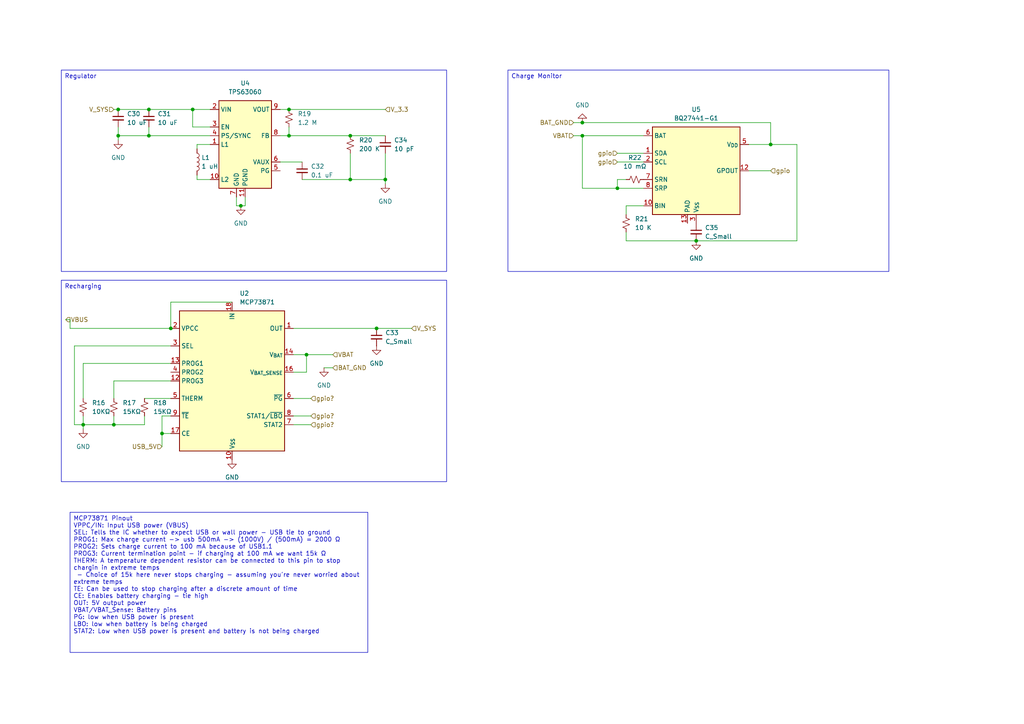
<source format=kicad_sch>
(kicad_sch (version 20231120) (generator "eeschema") (generator_version "8.0")
  (paper "A4")
  (lib_symbols
    (symbol "Battery_Management:BQ27441-G1"
      (property "Reference" "U" (at -5.08 15.875 0))
      (property "Value" "BQ27441-G1" (at -5.08 13.97 0))
      (symbol "BQ27441-G1_0_1"
        (rectangle (start -12.7 12.7) (end 12.7 -12.7) (stroke (width 0.254)) (fill (type background)))
      )
      (symbol "BQ27441-G1_1_1"
        (pin bidirectional line (at -15.24 5.08 0) (length 2.54) (name "SDA") (number "1"))
        (pin input line (at -15.24 -10.16 0) (length 2.54) (name "BIN") (number "10"))
        (pin no_connect line (at 10.16 -2.54 180) (length 2.54) hide (name "NC") (number "11"))
        (pin output line (at 15.24 0 180) (length 2.54) (name "GPOUT") (number "12"))
        (pin power_in line (at -2.54 -15.24 90) (length 2.54) (name "PAD") (number "13"))
        (pin input line (at -15.24 2.54 0) (length 2.54) (name "SCL") (number "2"))
        (pin power_in line (at 0 -15.24 90) (length 2.54) (name "V_{SS}") (number "3"))
        (pin no_connect line (at 10.16 -7.62 180) (length 2.54) hide (name "NC") (number "4"))
        (pin power_out line (at 15.24 7.62 180) (length 2.54) (name "V_{DD}") (number "5"))
        (pin power_in line (at -15.24 10.16 0) (length 2.54) (name "BAT") (number "6"))
        (pin input line (at -15.24 -2.54 0) (length 2.54) (name "SRN") (number "7"))
        (pin input line (at -15.24 -5.08 0) (length 2.54) (name "SRP") (number "8"))
        (pin no_connect line (at 10.16 -5.08 180) (length 2.54) hide (name "NC") (number "9"))
      )
    )
    (symbol "Battery_Management:MCP73871"
      (property "Reference" "U" (at -7.62 24.13 0))
      (property "Value" "MCP73871" (at -15.24 21.59 0))
      (symbol "MCP73871_0_1"
        (rectangle (start -15.24 20.32) (end 15.24 -20.32) (stroke (width 0.254)) (fill (type background)))
      )
      (symbol "MCP73871_1_1"
        (pin power_out line (at 17.78 15.24 180) (length 2.54) (name "OUT") (number "1"))
        (pin power_in line (at 0 -22.86 90) (length 2.54) (name "V_{SS}") (number "10"))
        (pin passive line (at 0 -22.86 90) (length 2.54) hide (name "V_{SS}") (number "11"))
        (pin bidirectional line (at -17.78 0 0) (length 2.54) (name "PROG3") (number "12"))
        (pin bidirectional line (at -17.78 5.08 0) (length 2.54) (name "PROG1") (number "13"))
        (pin power_out line (at 17.78 7.62 180) (length 2.54) (name "V_{BAT}") (number "14"))
        (pin passive line (at 17.78 7.62 180) (length 2.54) hide (name "V_{BAT}") (number "15"))
        (pin input line (at 17.78 2.54 180) (length 2.54) (name "V_{BAT_SENSE}") (number "16"))
        (pin input line (at -17.78 -15.24 0) (length 2.54) (name "CE") (number "17"))
        (pin power_in line (at 0 22.86 270) (length 2.54) (name "IN") (number "18"))
        (pin passive line (at 0 22.86 270) (length 2.54) hide (name "IN") (number "19"))
        (pin input line (at -17.78 15.24 0) (length 2.54) (name "VPCC") (number "2"))
        (pin passive line (at 17.78 15.24 180) (length 2.54) hide (name "OUT") (number "20"))
        (pin passive line (at 0 -22.86 90) (length 2.54) hide (name "V_{SS}") (number "21"))
        (pin input line (at -17.78 10.16 0) (length 2.54) (name "SEL") (number "3"))
        (pin input line (at -17.78 2.54 0) (length 2.54) (name "PROG2") (number "4"))
        (pin bidirectional line (at -17.78 -5.08 0) (length 2.54) (name "THERM") (number "5"))
        (pin open_collector line (at 17.78 -5.08 180) (length 2.54) (name "~{PG}") (number "6"))
        (pin open_collector line (at 17.78 -12.7 180) (length 2.54) (name "STAT2") (number "7"))
        (pin open_collector line (at 17.78 -10.16 180) (length 2.54) (name "STAT1/~{LBO}") (number "8"))
        (pin input line (at -17.78 -10.16 0) (length 2.54) (name "~{TE}") (number "9"))
      )
    )
    (symbol "Device:C_Small" (pin_numbers hide) (pin_names (offset 0.254) hide)
      (property "Reference" "C" (at 0.254 1.778 0))
      (property "Value" "C_Small" (at 0.254 -2.032 0))
      (symbol "C_Small_0_1"
        (polyline (pts (xy -1.524 -0.508) (xy 1.524 -0.508)) (stroke (width 0.3302)))
        (polyline (pts (xy -1.524 0.508) (xy 1.524 0.508)) (stroke (width 0.3048)))
      )
      (symbol "C_Small_1_1"
        (pin passive line (at 0 2.54 270) (length 2.032) (name "~") (number "1"))
        (pin passive line (at 0 -2.54 90) (length 2.032) (name "~") (number "2"))
      )
    )
    (symbol "Device:L" (pin_numbers hide) (pin_names (offset 1.016) hide)
      (property "Reference" "L" (at -1.27 0 90))
      (property "Value" "L" (at 1.905 0 90))
      (symbol "L_0_1"
        (arc (start 0 -2.54) (mid 0.6323 -1.905) (end 0 -1.27))
        (arc (start 0 -1.27) (mid 0.6323 -0.635) (end 0 0))
        (arc (start 0 0) (mid 0.6323 0.635) (end 0 1.27))
        (arc (start 0 1.27) (mid 0.6323 1.905) (end 0 2.54))
      )
      (symbol "L_1_1"
        (pin passive line (at 0 3.81 270) (length 1.27) (name "1") (number "1"))
        (pin passive line (at 0 -3.81 90) (length 1.27) (name "2") (number "2"))
      )
    )
    (symbol "Device:R_Small_US" (pin_numbers hide) (pin_names (offset 0.254) hide)
      (property "Reference" "R" (at 0.762 0.508 0))
      (property "Value" "R_Small_US" (at 0.762 -1.016 0))
      (symbol "R_Small_US_1_1"
        (polyline (pts (xy 0 0) (xy 1.016 -0.381) (xy 0 -0.762) (xy -1.016 -1.143) (xy 0 -1.524)))
        (polyline (pts (xy 0 1.524) (xy 1.016 1.143) (xy 0 0.762) (xy -1.016 0.381) (xy 0 0)))
        (pin passive line (at 0 2.54 270) (length 1.016) (name "~") (number "1"))
        (pin passive line (at 0 -2.54 90) (length 1.016) (name "~") (number "2"))
      )
    )
    (symbol "Regulator_Switching:TPS63060"
      (property "Reference" "U" (at -7.62 13.97 0))
      (property "Value" "TPS63060" (at 2.54 13.97 0))
      (symbol "TPS63060_0_1"
        (rectangle (start -7.62 12.7) (end 7.62 -12.7) (stroke (width 0.254)) (fill (type background)))
      )
      (symbol "TPS63060_1_1"
        (pin input line (at -10.16 0 0) (length 2.54) (name "L1") (number "1"))
        (pin input line (at -10.16 -10.16 0) (length 2.54) (name "L2") (number "10"))
        (pin power_in line (at 0 -15.24 90) (length 2.54) (name "PGND") (number "11"))
        (pin power_in line (at -10.16 10.16 0) (length 2.54) (name "VIN") (number "2"))
        (pin input line (at -10.16 5.08 0) (length 2.54) (name "EN") (number "3"))
        (pin input line (at -10.16 2.54 0) (length 2.54) (name "PS/SYNC") (number "4"))
        (pin output line (at 10.16 -7.62 180) (length 2.54) (name "PG") (number "5"))
        (pin passive line (at 10.16 -5.08 180) (length 2.54) (name "VAUX") (number "6"))
        (pin power_in line (at -2.54 -15.24 90) (length 2.54) (name "GND") (number "7"))
        (pin input line (at 10.16 2.54 180) (length 2.54) (name "FB") (number "8"))
        (pin power_out line (at 10.16 10.16 180) (length 2.54) (name "VOUT") (number "9"))
      )
    )
    (symbol "power:GND" (power) (pin_numbers hide) (pin_names (offset 0) hide)
      (property "Value" "GND" (at 0 -3.81 0))
      (symbol "GND_0_1"
        (polyline (pts (xy 0 0) (xy 0 -1.27) (xy 1.27 -1.27) (xy 0 -2.54) (xy -1.27 -1.27) (xy 0 -1.27)))
      )
      (symbol "GND_1_1"
        (pin power_in line (at 0 0 270) (length 0) (name "~") (number "1"))
      )
    )
  )
  (junction (at 111.76 52.07))
  (junction (at 88.9 102.87))
  (junction (at 179.07 54.61))
  (junction (at 83.82 39.37))
  (junction (at 201.93 69.85))
  (junction (at 33.02 123.19))
  (junction (at 168.91 39.37))
  (junction (at 34.29 31.75))
  (junction (at 49.53 95.25))
  (junction (at 24.13 123.19))
  (junction (at 46.99 125.73))
  (junction (at 101.6 39.37))
  (junction (at 34.29 39.37))
  (junction (at 101.6 52.07))
  (junction (at 69.85 59.69))
  (junction (at 43.18 39.37))
  (junction (at 109.22 95.25))
  (junction (at 83.82 31.75))
  (junction (at 223.52 41.91))
  (junction (at 43.18 31.75))
  (junction (at 168.91 35.56))
  (junction (at 55.88 31.75))
  (wire (pts (xy 21.59 100.33) (xy 21.59 123.19)))
  (wire (pts (xy 43.18 36.83) (xy 43.18 39.37)))
  (wire (pts (xy 88.9 107.95) (xy 88.9 102.87)))
  (wire (pts (xy 109.22 95.25) (xy 119.38 95.25)))
  (wire (pts (xy 21.59 123.19) (xy 24.13 123.19)))
  (wire (pts (xy 111.76 52.07) (xy 111.76 53.34)))
  (wire (pts (xy 168.91 35.56) (xy 223.52 35.56)))
  (wire (pts (xy 179.07 46.99) (xy 186.69 46.99)))
  (wire (pts (xy 57.15 43.18) (xy 57.15 41.91)))
  (wire (pts (xy 93.98 106.68) (xy 96.52 106.68)))
  (wire (pts (xy 85.09 107.95) (xy 88.9 107.95)))
  (wire (pts (xy 181.61 69.85) (xy 201.93 69.85)))
  (wire (pts (xy 69.85 59.69) (xy 68.58 59.69)))
  (wire (pts (xy 34.29 39.37) (xy 34.29 40.64)))
  (wire (pts (xy 57.15 52.07) (xy 60.96 52.07)))
  (wire (pts (xy 57.15 41.91) (xy 60.96 41.91)))
  (wire (pts (xy 81.28 31.75) (xy 83.82 31.75)))
  (wire (pts (xy 168.91 39.37) (xy 186.69 39.37)))
  (wire (pts (xy 41.91 123.19) (xy 33.02 123.19)))
  (wire (pts (xy 223.52 41.91) (xy 217.17 41.91)))
  (wire (pts (xy 55.88 36.83) (xy 55.88 31.75)))
  (wire (pts (xy 101.6 52.07) (xy 111.76 52.07)))
  (wire (pts (xy 68.58 59.69) (xy 68.58 57.15)))
  (wire (pts (xy 41.91 115.57) (xy 49.53 115.57)))
  (wire (pts (xy 33.02 31.75) (xy 34.29 31.75)))
  (wire (pts (xy 43.18 39.37) (xy 34.29 39.37)))
  (wire (pts (xy 24.13 105.41) (xy 24.13 115.57)))
  (wire (pts (xy 181.61 62.23) (xy 181.61 59.69)))
  (wire (pts (xy 181.61 67.31) (xy 181.61 69.85)))
  (wire (pts (xy 49.53 87.63) (xy 67.31 87.63)))
  (wire (pts (xy 43.18 31.75) (xy 55.88 31.75)))
  (wire (pts (xy 231.14 69.85) (xy 231.14 41.91)))
  (wire (pts (xy 20.32 92.71) (xy 19.05 92.71)))
  (wire (pts (xy 24.13 123.19) (xy 24.13 124.46)))
  (wire (pts (xy 166.37 39.37) (xy 168.91 39.37)))
  (wire (pts (xy 85.09 123.19) (xy 90.17 123.19)))
  (wire (pts (xy 33.02 123.19) (xy 24.13 123.19)))
  (wire (pts (xy 24.13 120.65) (xy 24.13 123.19)))
  (wire (pts (xy 223.52 35.56) (xy 223.52 41.91)))
  (wire (pts (xy 179.07 52.07) (xy 179.07 54.61)))
  (wire (pts (xy 186.69 54.61) (xy 179.07 54.61)))
  (wire (pts (xy 49.53 110.49) (xy 33.02 110.49)))
  (wire (pts (xy 33.02 120.65) (xy 33.02 123.19)))
  (wire (pts (xy 71.12 59.69) (xy 71.12 57.15)))
  (wire (pts (xy 88.9 102.87) (xy 96.52 102.87)))
  (wire (pts (xy 83.82 36.83) (xy 83.82 39.37)))
  (wire (pts (xy 46.99 125.73) (xy 46.99 129.54)))
  (wire (pts (xy 179.07 54.61) (xy 168.91 54.61)))
  (wire (pts (xy 217.17 49.53) (xy 223.52 49.53)))
  (wire (pts (xy 49.53 105.41) (xy 24.13 105.41)))
  (wire (pts (xy 34.29 31.75) (xy 43.18 31.75)))
  (wire (pts (xy 49.53 95.25) (xy 49.53 87.63)))
  (wire (pts (xy 33.02 110.49) (xy 33.02 115.57)))
  (wire (pts (xy 46.99 120.65) (xy 46.99 125.73)))
  (wire (pts (xy 85.09 95.25) (xy 109.22 95.25)))
  (wire (pts (xy 83.82 39.37) (xy 101.6 39.37)))
  (wire (pts (xy 181.61 52.07) (xy 179.07 52.07)))
  (wire (pts (xy 87.63 52.07) (xy 101.6 52.07)))
  (wire (pts (xy 34.29 36.83) (xy 34.29 39.37)))
  (wire (pts (xy 49.53 120.65) (xy 46.99 120.65)))
  (wire (pts (xy 49.53 100.33) (xy 21.59 100.33)))
  (wire (pts (xy 85.09 102.87) (xy 88.9 102.87)))
  (wire (pts (xy 20.32 95.25) (xy 49.53 95.25)))
  (wire (pts (xy 83.82 31.75) (xy 111.76 31.75)))
  (wire (pts (xy 60.96 39.37) (xy 43.18 39.37)))
  (wire (pts (xy 57.15 50.8) (xy 57.15 52.07)))
  (wire (pts (xy 55.88 31.75) (xy 60.96 31.75)))
  (wire (pts (xy 20.32 92.71) (xy 20.32 95.25)))
  (wire (pts (xy 179.07 44.45) (xy 186.69 44.45)))
  (wire (pts (xy 81.28 46.99) (xy 87.63 46.99)))
  (wire (pts (xy 85.09 115.57) (xy 90.17 115.57)))
  (wire (pts (xy 168.91 54.61) (xy 168.91 39.37)))
  (wire (pts (xy 111.76 44.45) (xy 111.76 52.07)))
  (wire (pts (xy 168.91 35.56) (xy 166.37 35.56)))
  (wire (pts (xy 101.6 44.45) (xy 101.6 52.07)))
  (wire (pts (xy 85.09 120.65) (xy 90.17 120.65)))
  (wire (pts (xy 81.28 39.37) (xy 83.82 39.37)))
  (wire (pts (xy 101.6 39.37) (xy 111.76 39.37)))
  (wire (pts (xy 201.93 69.85) (xy 231.14 69.85)))
  (wire (pts (xy 46.99 125.73) (xy 49.53 125.73)))
  (wire (pts (xy 181.61 59.69) (xy 186.69 59.69)))
  (wire (pts (xy 41.91 120.65) (xy 41.91 123.19)))
  (wire (pts (xy 69.85 59.69) (xy 71.12 59.69)))
  (wire (pts (xy 60.96 36.83) (xy 55.88 36.83)))
  (wire (pts (xy 231.14 41.91) (xy 223.52 41.91)))
  (text_box "Charge Monitor" (at 147.32 20.32 0) (size 110.49 58.42) (effects (font (size 1.27 1.27)) (justify left top)))
  (text_box "Recharging" (at 17.78 81.28 0) (size 111.76 58.42) (effects (font (size 1.27 1.27)) (justify left top)))
  (text_box "MCP73871 Pinout\nVPPC/IN: Input USB power (VBUS)\nSEL: Tells the IC whether to expect USB or wall power - USB tie to ground\nPROG1: Max charge current -> usb 500mA -> (1000V) / (500mA) = 2000 Ω\nPROG2: Sets charge current to 100 mA because of USB1.1\nPROG3: Current termination point - if charging at 100 mA we want 15k Ω \nTHERM: A temperature dependent resistor can be connected to this pin to stop chargin in extreme temps\n - Choice of 15k here never stops charging - assuming you're never worried about extreme temps\nTE: Can be used to stop charging after a discrete amount of time \nCE: Enables battery charging - tie high \nOUT: 5V output power\nVBAT/VBAT_Sense: Battery pins \nPG: low when USB power is present\nLBO: low when battery is being charged\nSTAT2: Low when USB power is present and battery is not being charged\n" (at 20.32 148.59 0) (size 86.36 40.64) (effects (font (size 1.27 1.27)) (justify left top)))
  (text_box "Regulator" (at 17.78 20.32 0) (size 111.76 58.42) (effects (font (size 1.27 1.27)) (justify left top)))
  (hierarchical_label "BAT_GND" (shape input) (at 96.52 106.68 0))
  (hierarchical_label "gpio" (shape input) (at 223.52 49.53 0))
  (hierarchical_label "V_3.3" (shape input) (at 111.76 31.75 0))
  (hierarchical_label "gpio?" (shape input) (at 90.17 123.19 0))
  (hierarchical_label "V_SYS" (shape input) (at 119.38 95.25 0))
  (hierarchical_label "gpio?" (shape input) (at 90.17 120.65 0))
  (hierarchical_label "gpio" (shape input) (at 179.07 44.45 180))
  (hierarchical_label "gpio" (shape input) (at 179.07 46.99 180))
  (hierarchical_label "gpio?" (shape input) (at 90.17 115.57 0))
  (hierarchical_label "V_SYS" (shape input) (at 33.02 31.75 180))
  (hierarchical_label "BAT_GND" (shape input) (at 166.37 35.56 180))
  (hierarchical_label "VBUS" (shape input) (at 19.05 92.71 0))
  (hierarchical_label "USB_5V" (shape input) (at 46.99 129.54 180))
  (hierarchical_label "VBAT" (shape input) (at 166.37 39.37 180))
  (hierarchical_label "VBAT" (shape input) (at 96.52 102.87 0))
  (symbol (lib_id "power:GND") (at 201.93 69.85 0) (unit 1)
    (property "Reference" "#PWR033" (effects (hide yes)))
    (property "Value" "GND" (at 201.93 74.93 0))
    (property "Description" "Power symbol creates a global label with name \"GND\" , ground" (effects (hide yes)))
  )
  (symbol (lib_id "Device:C_Small") (at 109.22 97.79 0) (unit 1)
    (property "Reference" "C33" (at 111.76 96.5262 0) (effects (justify left)))
    (property "Value" "C_Small" (at 111.76 99.0662 0) (effects (justify left)))
    (property "Description" "Unpolarized capacitor, small symbol" (effects (hide yes)))
  )
  (symbol (lib_id "Regulator_Switching:TPS63060") (at 71.12 41.91 0) (unit 1)
    (property "Reference" "U4" (at 71.12 24.13 0))
    (property "Value" "TPS63060" (at 71.12 26.67 0))
    (property "Footprint" "Package_SON:Texas_S-PWSON-N10_ThermalVias" (effects (hide yes)))
    (property "Datasheet" "http://www.ti.com/lit/ds/symlink/tps63060.pdf" (effects (hide yes)))
    (property "Description" "Buck-Boost Converter, 2.5-12V Input Voltage, 2-A Switch Current, Adjustable 2.5-8V Output Voltage, S-PWSON-N10" (effects (hide yes)))
  )
  (symbol (lib_id "power:GND") (at 34.29 40.64 0) (unit 1)
    (property "Reference" "#PWR026" (effects (hide yes)))
    (property "Value" "GND" (at 34.29 45.72 0))
    (property "Description" "Power symbol creates a global label with name \"GND\" , ground" (effects (hide yes)))
  )
  (symbol (lib_id "power:GND") (at 93.98 106.68 0) (unit 1)
    (property "Reference" "#PWR029" (effects (hide yes)))
    (property "Value" "GND" (at 93.98 111.76 0))
    (property "Description" "Power symbol creates a global label with name \"GND\" , ground" (effects (hide yes)))
  )
  (symbol (lib_id "Device:R_Small_US") (at 101.6 41.91 0) (unit 1)
    (property "Reference" "R20" (at 104.14 40.6399 0) (effects (justify left)))
    (property "Value" "200 K" (at 104.14 43.1799 0) (effects (justify left)))
    (property "Description" "Resistor, small US symbol" (effects (hide yes)))
  )
  (symbol (lib_id "power:GND") (at 69.85 59.69 0) (unit 1)
    (property "Reference" "#PWR028" (effects (hide yes)))
    (property "Value" "GND" (at 69.85 64.77 0))
    (property "Description" "Power symbol creates a global label with name \"GND\" , ground" (effects (hide yes)))
  )
  (symbol (lib_id "Device:R_Small_US") (at 33.02 118.11 0) (unit 1)
    (property "Reference" "R17" (at 35.56 116.8399 0) (effects (justify left)))
    (property "Value" "15KΩ" (at 35.56 119.3799 0) (effects (justify left)))
    (property "Description" "Resistor, small US symbol" (effects (hide yes)))
  )
  (symbol (lib_id "Device:R_Small_US") (at 184.15 52.07 90) (unit 1)
    (property "Reference" "R22" (at 184.15 45.72 90))
    (property "Value" "10 mΩ" (at 184.15 48.26 90))
    (property "Description" "Resistor, small US symbol" (effects (hide yes)))
  )
  (symbol (lib_id "Device:C_Small") (at 201.93 67.31 0) (unit 1)
    (property "Reference" "C35" (at 204.47 66.0462 0) (effects (justify left)))
    (property "Value" "C_Small" (at 204.47 68.5862 0) (effects (justify left)))
    (property "Description" "Unpolarized capacitor, small symbol" (effects (hide yes)))
  )
  (symbol (lib_id "power:GND") (at 109.22 100.33 0) (unit 1)
    (property "Reference" "#PWR030" (effects (hide yes)))
    (property "Value" "GND" (at 109.22 105.41 0))
    (property "Description" "Power symbol creates a global label with name \"GND\" , ground" (effects (hide yes)))
  )
  (symbol (lib_id "Battery_Management:MCP73871") (at 67.31 110.49 0) (unit 1)
    (property "Reference" "U2" (at 69.5041 85.09 0) (effects (justify left)))
    (property "Value" "MCP73871" (at 69.5041 87.63 0) (effects (justify left)))
    (property "Footprint" "Package_DFN_QFN:QFN-20-1EP_4x4mm_P0.5mm_EP2.5x2.5mm" (effects (hide yes)))
    (property "Datasheet" "http://www.mouser.com/ds/2/268/22090a-52174.pdf" (effects (hide yes)))
    (property "Description" "Single cell, Li-Ion/Li-Po charge management controller" (effects (hide yes)))
  )
  (symbol (lib_id "power:GND") (at 168.91 35.56 180) (unit 1)
    (property "Reference" "#PWR032" (effects (hide yes)))
    (property "Value" "GND" (at 168.91 30.48 0))
    (property "Description" "Power symbol creates a global label with name \"GND\" , ground" (effects (hide yes)))
  )
  (symbol (lib_id "power:GND") (at 111.76 53.34 0) (unit 1)
    (property "Reference" "#PWR031" (effects (hide yes)))
    (property "Value" "GND" (at 111.76 58.42 0))
    (property "Description" "Power symbol creates a global label with name \"GND\" , ground" (effects (hide yes)))
  )
  (symbol (lib_id "Device:R_Small_US") (at 24.13 118.11 0) (unit 1)
    (property "Reference" "R16" (at 26.67 116.8399 0) (effects (justify left)))
    (property "Value" "10KΩ" (at 26.67 119.3799 0) (effects (justify left)))
    (property "Description" "Resistor, small US symbol" (effects (hide yes)))
  )
  (symbol (lib_id "Device:C_Small") (at 111.76 41.91 0) (unit 1)
    (property "Reference" "C34" (at 114.3 40.6462 0) (effects (justify left)))
    (property "Value" "10 pF" (at 114.3 43.1862 0) (effects (justify left)))
    (property "Description" "Unpolarized capacitor, small symbol" (effects (hide yes)))
  )
  (symbol (lib_id "Device:C_Small") (at 43.18 34.29 0) (unit 1)
    (property "Reference" "C31" (at 45.72 33.0262 0) (effects (justify left)))
    (property "Value" "10 uF" (at 45.72 35.5662 0) (effects (justify left)))
    (property "Description" "Unpolarized capacitor, small symbol" (effects (hide yes)))
  )
  (symbol (lib_id "power:GND") (at 24.13 124.46 0) (unit 1)
    (property "Reference" "#PWR025" (effects (hide yes)))
    (property "Value" "GND" (at 24.13 129.54 0))
    (property "Description" "Power symbol creates a global label with name \"GND\" , ground" (effects (hide yes)))
  )
  (symbol (lib_id "Device:C_Small") (at 34.29 34.29 0) (unit 1)
    (property "Reference" "C30" (at 36.83 33.0262 0) (effects (justify left)))
    (property "Value" "10 uF" (at 36.83 35.5662 0) (effects (justify left)))
    (property "Description" "Unpolarized capacitor, small symbol" (effects (hide yes)))
  )
  (symbol (lib_id "power:GND") (at 67.31 133.35 0) (unit 1)
    (property "Reference" "#PWR027" (effects (hide yes)))
    (property "Value" "GND" (at 67.31 138.43 0))
    (property "Description" "Power symbol creates a global label with name \"GND\" , ground" (effects (hide yes)))
  )
  (symbol (lib_id "Battery_Management:BQ27441-G1") (at 201.93 49.53 0) (unit 1)
    (property "Reference" "U5" (at 201.93 31.75 0))
    (property "Value" "BQ27441-G1" (at 201.93 34.29 0))
    (property "Footprint" "Package_SON:Texas_S-PDSO-N12" (effects (hide yes)))
    (property "Datasheet" "http://www.ti.com/lit/ds/symlink/bq27441-g1.pdf" (effects (hide yes)))
    (property "Description" "System Side Li Ion/Polymer Fuel Gauge, PDSON-12" (effects (hide yes)))
  )
  (symbol (lib_id "Device:R_Small_US") (at 41.91 118.11 0) (unit 1)
    (property "Reference" "R18" (at 44.45 116.8399 0) (effects (justify left)))
    (property "Value" "15KΩ" (at 44.45 119.3799 0) (effects (justify left)))
    (property "Description" "Resistor, small US symbol" (effects (hide yes)))
  )
  (symbol (lib_id "Device:R_Small_US") (at 83.82 34.29 0) (unit 1)
    (property "Reference" "R19" (at 86.36 33.0199 0) (effects (justify left)))
    (property "Value" "1.2 M" (at 86.36 35.5599 0) (effects (justify left)))
    (property "Description" "Resistor, small US symbol" (effects (hide yes)))
  )
  (symbol (lib_id "Device:L") (at 57.15 46.99 0) (unit 1)
    (property "Reference" "L1" (at 58.42 45.7199 0) (effects (justify left)))
    (property "Value" "1 uH" (at 58.42 48.2599 0) (effects (justify left)))
    (property "Description" "Inductor" (effects (hide yes)))
  )
  (symbol (lib_id "Device:R_Small_US") (at 181.61 64.77 180) (unit 1)
    (property "Reference" "R21" (at 184.15 63.4999 0) (effects (justify right)))
    (property "Value" "10 K" (at 184.15 66.0399 0) (effects (justify right)))
    (property "Description" "Resistor, small US symbol" (effects (hide yes)))
  )
  (symbol (lib_id "Device:C_Small") (at 87.63 49.53 0) (unit 1)
    (property "Reference" "C32" (at 90.17 48.2662 0) (effects (justify left)))
    (property "Value" "0.1 uF" (at 90.17 50.8062 0) (effects (justify left)))
    (property "Description" "Unpolarized capacitor, small symbol" (effects (hide yes)))
  )
)
</source>
